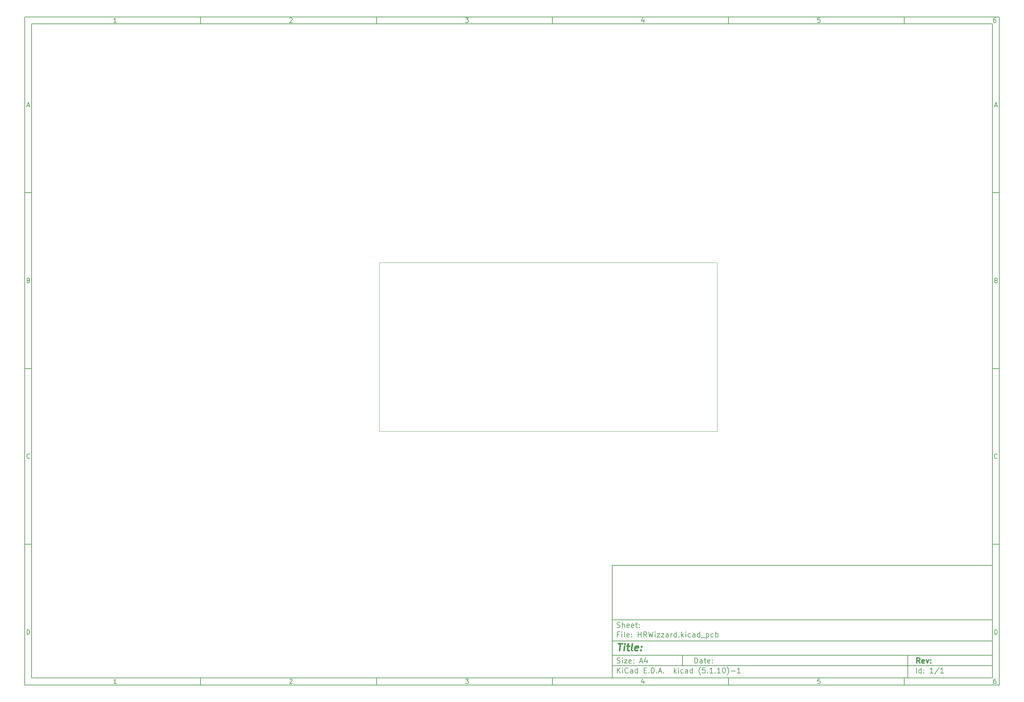
<source format=gbr>
%TF.GenerationSoftware,KiCad,Pcbnew,(5.1.10)-1*%
%TF.CreationDate,2021-11-21T15:51:45+01:00*%
%TF.ProjectId,HRWizzard,48525769-7a7a-4617-9264-2e6b69636164,rev?*%
%TF.SameCoordinates,Original*%
%TF.FileFunction,Profile,NP*%
%FSLAX46Y46*%
G04 Gerber Fmt 4.6, Leading zero omitted, Abs format (unit mm)*
G04 Created by KiCad (PCBNEW (5.1.10)-1) date 2021-11-21 15:51:45*
%MOMM*%
%LPD*%
G01*
G04 APERTURE LIST*
%ADD10C,0.100000*%
%ADD11C,0.150000*%
%ADD12C,0.300000*%
%ADD13C,0.400000*%
%TA.AperFunction,Profile*%
%ADD14C,0.100000*%
%TD*%
G04 APERTURE END LIST*
D10*
D11*
X177002200Y-166007200D02*
X177002200Y-198007200D01*
X285002200Y-198007200D01*
X285002200Y-166007200D01*
X177002200Y-166007200D01*
D10*
D11*
X10000000Y-10000000D02*
X10000000Y-200007200D01*
X287002200Y-200007200D01*
X287002200Y-10000000D01*
X10000000Y-10000000D01*
D10*
D11*
X12000000Y-12000000D02*
X12000000Y-198007200D01*
X285002200Y-198007200D01*
X285002200Y-12000000D01*
X12000000Y-12000000D01*
D10*
D11*
X60000000Y-12000000D02*
X60000000Y-10000000D01*
D10*
D11*
X110000000Y-12000000D02*
X110000000Y-10000000D01*
D10*
D11*
X160000000Y-12000000D02*
X160000000Y-10000000D01*
D10*
D11*
X210000000Y-12000000D02*
X210000000Y-10000000D01*
D10*
D11*
X260000000Y-12000000D02*
X260000000Y-10000000D01*
D10*
D11*
X36065476Y-11588095D02*
X35322619Y-11588095D01*
X35694047Y-11588095D02*
X35694047Y-10288095D01*
X35570238Y-10473809D01*
X35446428Y-10597619D01*
X35322619Y-10659523D01*
D10*
D11*
X85322619Y-10411904D02*
X85384523Y-10350000D01*
X85508333Y-10288095D01*
X85817857Y-10288095D01*
X85941666Y-10350000D01*
X86003571Y-10411904D01*
X86065476Y-10535714D01*
X86065476Y-10659523D01*
X86003571Y-10845238D01*
X85260714Y-11588095D01*
X86065476Y-11588095D01*
D10*
D11*
X135260714Y-10288095D02*
X136065476Y-10288095D01*
X135632142Y-10783333D01*
X135817857Y-10783333D01*
X135941666Y-10845238D01*
X136003571Y-10907142D01*
X136065476Y-11030952D01*
X136065476Y-11340476D01*
X136003571Y-11464285D01*
X135941666Y-11526190D01*
X135817857Y-11588095D01*
X135446428Y-11588095D01*
X135322619Y-11526190D01*
X135260714Y-11464285D01*
D10*
D11*
X185941666Y-10721428D02*
X185941666Y-11588095D01*
X185632142Y-10226190D02*
X185322619Y-11154761D01*
X186127380Y-11154761D01*
D10*
D11*
X236003571Y-10288095D02*
X235384523Y-10288095D01*
X235322619Y-10907142D01*
X235384523Y-10845238D01*
X235508333Y-10783333D01*
X235817857Y-10783333D01*
X235941666Y-10845238D01*
X236003571Y-10907142D01*
X236065476Y-11030952D01*
X236065476Y-11340476D01*
X236003571Y-11464285D01*
X235941666Y-11526190D01*
X235817857Y-11588095D01*
X235508333Y-11588095D01*
X235384523Y-11526190D01*
X235322619Y-11464285D01*
D10*
D11*
X285941666Y-10288095D02*
X285694047Y-10288095D01*
X285570238Y-10350000D01*
X285508333Y-10411904D01*
X285384523Y-10597619D01*
X285322619Y-10845238D01*
X285322619Y-11340476D01*
X285384523Y-11464285D01*
X285446428Y-11526190D01*
X285570238Y-11588095D01*
X285817857Y-11588095D01*
X285941666Y-11526190D01*
X286003571Y-11464285D01*
X286065476Y-11340476D01*
X286065476Y-11030952D01*
X286003571Y-10907142D01*
X285941666Y-10845238D01*
X285817857Y-10783333D01*
X285570238Y-10783333D01*
X285446428Y-10845238D01*
X285384523Y-10907142D01*
X285322619Y-11030952D01*
D10*
D11*
X60000000Y-198007200D02*
X60000000Y-200007200D01*
D10*
D11*
X110000000Y-198007200D02*
X110000000Y-200007200D01*
D10*
D11*
X160000000Y-198007200D02*
X160000000Y-200007200D01*
D10*
D11*
X210000000Y-198007200D02*
X210000000Y-200007200D01*
D10*
D11*
X260000000Y-198007200D02*
X260000000Y-200007200D01*
D10*
D11*
X36065476Y-199595295D02*
X35322619Y-199595295D01*
X35694047Y-199595295D02*
X35694047Y-198295295D01*
X35570238Y-198481009D01*
X35446428Y-198604819D01*
X35322619Y-198666723D01*
D10*
D11*
X85322619Y-198419104D02*
X85384523Y-198357200D01*
X85508333Y-198295295D01*
X85817857Y-198295295D01*
X85941666Y-198357200D01*
X86003571Y-198419104D01*
X86065476Y-198542914D01*
X86065476Y-198666723D01*
X86003571Y-198852438D01*
X85260714Y-199595295D01*
X86065476Y-199595295D01*
D10*
D11*
X135260714Y-198295295D02*
X136065476Y-198295295D01*
X135632142Y-198790533D01*
X135817857Y-198790533D01*
X135941666Y-198852438D01*
X136003571Y-198914342D01*
X136065476Y-199038152D01*
X136065476Y-199347676D01*
X136003571Y-199471485D01*
X135941666Y-199533390D01*
X135817857Y-199595295D01*
X135446428Y-199595295D01*
X135322619Y-199533390D01*
X135260714Y-199471485D01*
D10*
D11*
X185941666Y-198728628D02*
X185941666Y-199595295D01*
X185632142Y-198233390D02*
X185322619Y-199161961D01*
X186127380Y-199161961D01*
D10*
D11*
X236003571Y-198295295D02*
X235384523Y-198295295D01*
X235322619Y-198914342D01*
X235384523Y-198852438D01*
X235508333Y-198790533D01*
X235817857Y-198790533D01*
X235941666Y-198852438D01*
X236003571Y-198914342D01*
X236065476Y-199038152D01*
X236065476Y-199347676D01*
X236003571Y-199471485D01*
X235941666Y-199533390D01*
X235817857Y-199595295D01*
X235508333Y-199595295D01*
X235384523Y-199533390D01*
X235322619Y-199471485D01*
D10*
D11*
X285941666Y-198295295D02*
X285694047Y-198295295D01*
X285570238Y-198357200D01*
X285508333Y-198419104D01*
X285384523Y-198604819D01*
X285322619Y-198852438D01*
X285322619Y-199347676D01*
X285384523Y-199471485D01*
X285446428Y-199533390D01*
X285570238Y-199595295D01*
X285817857Y-199595295D01*
X285941666Y-199533390D01*
X286003571Y-199471485D01*
X286065476Y-199347676D01*
X286065476Y-199038152D01*
X286003571Y-198914342D01*
X285941666Y-198852438D01*
X285817857Y-198790533D01*
X285570238Y-198790533D01*
X285446428Y-198852438D01*
X285384523Y-198914342D01*
X285322619Y-199038152D01*
D10*
D11*
X10000000Y-60000000D02*
X12000000Y-60000000D01*
D10*
D11*
X10000000Y-110000000D02*
X12000000Y-110000000D01*
D10*
D11*
X10000000Y-160000000D02*
X12000000Y-160000000D01*
D10*
D11*
X10690476Y-35216666D02*
X11309523Y-35216666D01*
X10566666Y-35588095D02*
X11000000Y-34288095D01*
X11433333Y-35588095D01*
D10*
D11*
X11092857Y-84907142D02*
X11278571Y-84969047D01*
X11340476Y-85030952D01*
X11402380Y-85154761D01*
X11402380Y-85340476D01*
X11340476Y-85464285D01*
X11278571Y-85526190D01*
X11154761Y-85588095D01*
X10659523Y-85588095D01*
X10659523Y-84288095D01*
X11092857Y-84288095D01*
X11216666Y-84350000D01*
X11278571Y-84411904D01*
X11340476Y-84535714D01*
X11340476Y-84659523D01*
X11278571Y-84783333D01*
X11216666Y-84845238D01*
X11092857Y-84907142D01*
X10659523Y-84907142D01*
D10*
D11*
X11402380Y-135464285D02*
X11340476Y-135526190D01*
X11154761Y-135588095D01*
X11030952Y-135588095D01*
X10845238Y-135526190D01*
X10721428Y-135402380D01*
X10659523Y-135278571D01*
X10597619Y-135030952D01*
X10597619Y-134845238D01*
X10659523Y-134597619D01*
X10721428Y-134473809D01*
X10845238Y-134350000D01*
X11030952Y-134288095D01*
X11154761Y-134288095D01*
X11340476Y-134350000D01*
X11402380Y-134411904D01*
D10*
D11*
X10659523Y-185588095D02*
X10659523Y-184288095D01*
X10969047Y-184288095D01*
X11154761Y-184350000D01*
X11278571Y-184473809D01*
X11340476Y-184597619D01*
X11402380Y-184845238D01*
X11402380Y-185030952D01*
X11340476Y-185278571D01*
X11278571Y-185402380D01*
X11154761Y-185526190D01*
X10969047Y-185588095D01*
X10659523Y-185588095D01*
D10*
D11*
X287002200Y-60000000D02*
X285002200Y-60000000D01*
D10*
D11*
X287002200Y-110000000D02*
X285002200Y-110000000D01*
D10*
D11*
X287002200Y-160000000D02*
X285002200Y-160000000D01*
D10*
D11*
X285692676Y-35216666D02*
X286311723Y-35216666D01*
X285568866Y-35588095D02*
X286002200Y-34288095D01*
X286435533Y-35588095D01*
D10*
D11*
X286095057Y-84907142D02*
X286280771Y-84969047D01*
X286342676Y-85030952D01*
X286404580Y-85154761D01*
X286404580Y-85340476D01*
X286342676Y-85464285D01*
X286280771Y-85526190D01*
X286156961Y-85588095D01*
X285661723Y-85588095D01*
X285661723Y-84288095D01*
X286095057Y-84288095D01*
X286218866Y-84350000D01*
X286280771Y-84411904D01*
X286342676Y-84535714D01*
X286342676Y-84659523D01*
X286280771Y-84783333D01*
X286218866Y-84845238D01*
X286095057Y-84907142D01*
X285661723Y-84907142D01*
D10*
D11*
X286404580Y-135464285D02*
X286342676Y-135526190D01*
X286156961Y-135588095D01*
X286033152Y-135588095D01*
X285847438Y-135526190D01*
X285723628Y-135402380D01*
X285661723Y-135278571D01*
X285599819Y-135030952D01*
X285599819Y-134845238D01*
X285661723Y-134597619D01*
X285723628Y-134473809D01*
X285847438Y-134350000D01*
X286033152Y-134288095D01*
X286156961Y-134288095D01*
X286342676Y-134350000D01*
X286404580Y-134411904D01*
D10*
D11*
X285661723Y-185588095D02*
X285661723Y-184288095D01*
X285971247Y-184288095D01*
X286156961Y-184350000D01*
X286280771Y-184473809D01*
X286342676Y-184597619D01*
X286404580Y-184845238D01*
X286404580Y-185030952D01*
X286342676Y-185278571D01*
X286280771Y-185402380D01*
X286156961Y-185526190D01*
X285971247Y-185588095D01*
X285661723Y-185588095D01*
D10*
D11*
X200434342Y-193785771D02*
X200434342Y-192285771D01*
X200791485Y-192285771D01*
X201005771Y-192357200D01*
X201148628Y-192500057D01*
X201220057Y-192642914D01*
X201291485Y-192928628D01*
X201291485Y-193142914D01*
X201220057Y-193428628D01*
X201148628Y-193571485D01*
X201005771Y-193714342D01*
X200791485Y-193785771D01*
X200434342Y-193785771D01*
X202577200Y-193785771D02*
X202577200Y-193000057D01*
X202505771Y-192857200D01*
X202362914Y-192785771D01*
X202077200Y-192785771D01*
X201934342Y-192857200D01*
X202577200Y-193714342D02*
X202434342Y-193785771D01*
X202077200Y-193785771D01*
X201934342Y-193714342D01*
X201862914Y-193571485D01*
X201862914Y-193428628D01*
X201934342Y-193285771D01*
X202077200Y-193214342D01*
X202434342Y-193214342D01*
X202577200Y-193142914D01*
X203077200Y-192785771D02*
X203648628Y-192785771D01*
X203291485Y-192285771D02*
X203291485Y-193571485D01*
X203362914Y-193714342D01*
X203505771Y-193785771D01*
X203648628Y-193785771D01*
X204720057Y-193714342D02*
X204577200Y-193785771D01*
X204291485Y-193785771D01*
X204148628Y-193714342D01*
X204077200Y-193571485D01*
X204077200Y-193000057D01*
X204148628Y-192857200D01*
X204291485Y-192785771D01*
X204577200Y-192785771D01*
X204720057Y-192857200D01*
X204791485Y-193000057D01*
X204791485Y-193142914D01*
X204077200Y-193285771D01*
X205434342Y-193642914D02*
X205505771Y-193714342D01*
X205434342Y-193785771D01*
X205362914Y-193714342D01*
X205434342Y-193642914D01*
X205434342Y-193785771D01*
X205434342Y-192857200D02*
X205505771Y-192928628D01*
X205434342Y-193000057D01*
X205362914Y-192928628D01*
X205434342Y-192857200D01*
X205434342Y-193000057D01*
D10*
D11*
X177002200Y-194507200D02*
X285002200Y-194507200D01*
D10*
D11*
X178434342Y-196585771D02*
X178434342Y-195085771D01*
X179291485Y-196585771D02*
X178648628Y-195728628D01*
X179291485Y-195085771D02*
X178434342Y-195942914D01*
X179934342Y-196585771D02*
X179934342Y-195585771D01*
X179934342Y-195085771D02*
X179862914Y-195157200D01*
X179934342Y-195228628D01*
X180005771Y-195157200D01*
X179934342Y-195085771D01*
X179934342Y-195228628D01*
X181505771Y-196442914D02*
X181434342Y-196514342D01*
X181220057Y-196585771D01*
X181077200Y-196585771D01*
X180862914Y-196514342D01*
X180720057Y-196371485D01*
X180648628Y-196228628D01*
X180577200Y-195942914D01*
X180577200Y-195728628D01*
X180648628Y-195442914D01*
X180720057Y-195300057D01*
X180862914Y-195157200D01*
X181077200Y-195085771D01*
X181220057Y-195085771D01*
X181434342Y-195157200D01*
X181505771Y-195228628D01*
X182791485Y-196585771D02*
X182791485Y-195800057D01*
X182720057Y-195657200D01*
X182577200Y-195585771D01*
X182291485Y-195585771D01*
X182148628Y-195657200D01*
X182791485Y-196514342D02*
X182648628Y-196585771D01*
X182291485Y-196585771D01*
X182148628Y-196514342D01*
X182077200Y-196371485D01*
X182077200Y-196228628D01*
X182148628Y-196085771D01*
X182291485Y-196014342D01*
X182648628Y-196014342D01*
X182791485Y-195942914D01*
X184148628Y-196585771D02*
X184148628Y-195085771D01*
X184148628Y-196514342D02*
X184005771Y-196585771D01*
X183720057Y-196585771D01*
X183577200Y-196514342D01*
X183505771Y-196442914D01*
X183434342Y-196300057D01*
X183434342Y-195871485D01*
X183505771Y-195728628D01*
X183577200Y-195657200D01*
X183720057Y-195585771D01*
X184005771Y-195585771D01*
X184148628Y-195657200D01*
X186005771Y-195800057D02*
X186505771Y-195800057D01*
X186720057Y-196585771D02*
X186005771Y-196585771D01*
X186005771Y-195085771D01*
X186720057Y-195085771D01*
X187362914Y-196442914D02*
X187434342Y-196514342D01*
X187362914Y-196585771D01*
X187291485Y-196514342D01*
X187362914Y-196442914D01*
X187362914Y-196585771D01*
X188077200Y-196585771D02*
X188077200Y-195085771D01*
X188434342Y-195085771D01*
X188648628Y-195157200D01*
X188791485Y-195300057D01*
X188862914Y-195442914D01*
X188934342Y-195728628D01*
X188934342Y-195942914D01*
X188862914Y-196228628D01*
X188791485Y-196371485D01*
X188648628Y-196514342D01*
X188434342Y-196585771D01*
X188077200Y-196585771D01*
X189577200Y-196442914D02*
X189648628Y-196514342D01*
X189577200Y-196585771D01*
X189505771Y-196514342D01*
X189577200Y-196442914D01*
X189577200Y-196585771D01*
X190220057Y-196157200D02*
X190934342Y-196157200D01*
X190077200Y-196585771D02*
X190577200Y-195085771D01*
X191077200Y-196585771D01*
X191577200Y-196442914D02*
X191648628Y-196514342D01*
X191577200Y-196585771D01*
X191505771Y-196514342D01*
X191577200Y-196442914D01*
X191577200Y-196585771D01*
X194577200Y-196585771D02*
X194577200Y-195085771D01*
X194720057Y-196014342D02*
X195148628Y-196585771D01*
X195148628Y-195585771D02*
X194577200Y-196157200D01*
X195791485Y-196585771D02*
X195791485Y-195585771D01*
X195791485Y-195085771D02*
X195720057Y-195157200D01*
X195791485Y-195228628D01*
X195862914Y-195157200D01*
X195791485Y-195085771D01*
X195791485Y-195228628D01*
X197148628Y-196514342D02*
X197005771Y-196585771D01*
X196720057Y-196585771D01*
X196577200Y-196514342D01*
X196505771Y-196442914D01*
X196434342Y-196300057D01*
X196434342Y-195871485D01*
X196505771Y-195728628D01*
X196577200Y-195657200D01*
X196720057Y-195585771D01*
X197005771Y-195585771D01*
X197148628Y-195657200D01*
X198434342Y-196585771D02*
X198434342Y-195800057D01*
X198362914Y-195657200D01*
X198220057Y-195585771D01*
X197934342Y-195585771D01*
X197791485Y-195657200D01*
X198434342Y-196514342D02*
X198291485Y-196585771D01*
X197934342Y-196585771D01*
X197791485Y-196514342D01*
X197720057Y-196371485D01*
X197720057Y-196228628D01*
X197791485Y-196085771D01*
X197934342Y-196014342D01*
X198291485Y-196014342D01*
X198434342Y-195942914D01*
X199791485Y-196585771D02*
X199791485Y-195085771D01*
X199791485Y-196514342D02*
X199648628Y-196585771D01*
X199362914Y-196585771D01*
X199220057Y-196514342D01*
X199148628Y-196442914D01*
X199077200Y-196300057D01*
X199077200Y-195871485D01*
X199148628Y-195728628D01*
X199220057Y-195657200D01*
X199362914Y-195585771D01*
X199648628Y-195585771D01*
X199791485Y-195657200D01*
X202077200Y-197157200D02*
X202005771Y-197085771D01*
X201862914Y-196871485D01*
X201791485Y-196728628D01*
X201720057Y-196514342D01*
X201648628Y-196157200D01*
X201648628Y-195871485D01*
X201720057Y-195514342D01*
X201791485Y-195300057D01*
X201862914Y-195157200D01*
X202005771Y-194942914D01*
X202077200Y-194871485D01*
X203362914Y-195085771D02*
X202648628Y-195085771D01*
X202577200Y-195800057D01*
X202648628Y-195728628D01*
X202791485Y-195657200D01*
X203148628Y-195657200D01*
X203291485Y-195728628D01*
X203362914Y-195800057D01*
X203434342Y-195942914D01*
X203434342Y-196300057D01*
X203362914Y-196442914D01*
X203291485Y-196514342D01*
X203148628Y-196585771D01*
X202791485Y-196585771D01*
X202648628Y-196514342D01*
X202577200Y-196442914D01*
X204077200Y-196442914D02*
X204148628Y-196514342D01*
X204077200Y-196585771D01*
X204005771Y-196514342D01*
X204077200Y-196442914D01*
X204077200Y-196585771D01*
X205577200Y-196585771D02*
X204720057Y-196585771D01*
X205148628Y-196585771D02*
X205148628Y-195085771D01*
X205005771Y-195300057D01*
X204862914Y-195442914D01*
X204720057Y-195514342D01*
X206220057Y-196442914D02*
X206291485Y-196514342D01*
X206220057Y-196585771D01*
X206148628Y-196514342D01*
X206220057Y-196442914D01*
X206220057Y-196585771D01*
X207720057Y-196585771D02*
X206862914Y-196585771D01*
X207291485Y-196585771D02*
X207291485Y-195085771D01*
X207148628Y-195300057D01*
X207005771Y-195442914D01*
X206862914Y-195514342D01*
X208648628Y-195085771D02*
X208791485Y-195085771D01*
X208934342Y-195157200D01*
X209005771Y-195228628D01*
X209077200Y-195371485D01*
X209148628Y-195657200D01*
X209148628Y-196014342D01*
X209077200Y-196300057D01*
X209005771Y-196442914D01*
X208934342Y-196514342D01*
X208791485Y-196585771D01*
X208648628Y-196585771D01*
X208505771Y-196514342D01*
X208434342Y-196442914D01*
X208362914Y-196300057D01*
X208291485Y-196014342D01*
X208291485Y-195657200D01*
X208362914Y-195371485D01*
X208434342Y-195228628D01*
X208505771Y-195157200D01*
X208648628Y-195085771D01*
X209648628Y-197157200D02*
X209720057Y-197085771D01*
X209862914Y-196871485D01*
X209934342Y-196728628D01*
X210005771Y-196514342D01*
X210077200Y-196157200D01*
X210077200Y-195871485D01*
X210005771Y-195514342D01*
X209934342Y-195300057D01*
X209862914Y-195157200D01*
X209720057Y-194942914D01*
X209648628Y-194871485D01*
X210791485Y-196014342D02*
X211934342Y-196014342D01*
X213434342Y-196585771D02*
X212577200Y-196585771D01*
X213005771Y-196585771D02*
X213005771Y-195085771D01*
X212862914Y-195300057D01*
X212720057Y-195442914D01*
X212577200Y-195514342D01*
D10*
D11*
X177002200Y-191507200D02*
X285002200Y-191507200D01*
D10*
D12*
X264411485Y-193785771D02*
X263911485Y-193071485D01*
X263554342Y-193785771D02*
X263554342Y-192285771D01*
X264125771Y-192285771D01*
X264268628Y-192357200D01*
X264340057Y-192428628D01*
X264411485Y-192571485D01*
X264411485Y-192785771D01*
X264340057Y-192928628D01*
X264268628Y-193000057D01*
X264125771Y-193071485D01*
X263554342Y-193071485D01*
X265625771Y-193714342D02*
X265482914Y-193785771D01*
X265197200Y-193785771D01*
X265054342Y-193714342D01*
X264982914Y-193571485D01*
X264982914Y-193000057D01*
X265054342Y-192857200D01*
X265197200Y-192785771D01*
X265482914Y-192785771D01*
X265625771Y-192857200D01*
X265697200Y-193000057D01*
X265697200Y-193142914D01*
X264982914Y-193285771D01*
X266197200Y-192785771D02*
X266554342Y-193785771D01*
X266911485Y-192785771D01*
X267482914Y-193642914D02*
X267554342Y-193714342D01*
X267482914Y-193785771D01*
X267411485Y-193714342D01*
X267482914Y-193642914D01*
X267482914Y-193785771D01*
X267482914Y-192857200D02*
X267554342Y-192928628D01*
X267482914Y-193000057D01*
X267411485Y-192928628D01*
X267482914Y-192857200D01*
X267482914Y-193000057D01*
D10*
D11*
X178362914Y-193714342D02*
X178577200Y-193785771D01*
X178934342Y-193785771D01*
X179077200Y-193714342D01*
X179148628Y-193642914D01*
X179220057Y-193500057D01*
X179220057Y-193357200D01*
X179148628Y-193214342D01*
X179077200Y-193142914D01*
X178934342Y-193071485D01*
X178648628Y-193000057D01*
X178505771Y-192928628D01*
X178434342Y-192857200D01*
X178362914Y-192714342D01*
X178362914Y-192571485D01*
X178434342Y-192428628D01*
X178505771Y-192357200D01*
X178648628Y-192285771D01*
X179005771Y-192285771D01*
X179220057Y-192357200D01*
X179862914Y-193785771D02*
X179862914Y-192785771D01*
X179862914Y-192285771D02*
X179791485Y-192357200D01*
X179862914Y-192428628D01*
X179934342Y-192357200D01*
X179862914Y-192285771D01*
X179862914Y-192428628D01*
X180434342Y-192785771D02*
X181220057Y-192785771D01*
X180434342Y-193785771D01*
X181220057Y-193785771D01*
X182362914Y-193714342D02*
X182220057Y-193785771D01*
X181934342Y-193785771D01*
X181791485Y-193714342D01*
X181720057Y-193571485D01*
X181720057Y-193000057D01*
X181791485Y-192857200D01*
X181934342Y-192785771D01*
X182220057Y-192785771D01*
X182362914Y-192857200D01*
X182434342Y-193000057D01*
X182434342Y-193142914D01*
X181720057Y-193285771D01*
X183077200Y-193642914D02*
X183148628Y-193714342D01*
X183077200Y-193785771D01*
X183005771Y-193714342D01*
X183077200Y-193642914D01*
X183077200Y-193785771D01*
X183077200Y-192857200D02*
X183148628Y-192928628D01*
X183077200Y-193000057D01*
X183005771Y-192928628D01*
X183077200Y-192857200D01*
X183077200Y-193000057D01*
X184862914Y-193357200D02*
X185577200Y-193357200D01*
X184720057Y-193785771D02*
X185220057Y-192285771D01*
X185720057Y-193785771D01*
X186862914Y-192785771D02*
X186862914Y-193785771D01*
X186505771Y-192214342D02*
X186148628Y-193285771D01*
X187077200Y-193285771D01*
D10*
D11*
X263434342Y-196585771D02*
X263434342Y-195085771D01*
X264791485Y-196585771D02*
X264791485Y-195085771D01*
X264791485Y-196514342D02*
X264648628Y-196585771D01*
X264362914Y-196585771D01*
X264220057Y-196514342D01*
X264148628Y-196442914D01*
X264077200Y-196300057D01*
X264077200Y-195871485D01*
X264148628Y-195728628D01*
X264220057Y-195657200D01*
X264362914Y-195585771D01*
X264648628Y-195585771D01*
X264791485Y-195657200D01*
X265505771Y-196442914D02*
X265577200Y-196514342D01*
X265505771Y-196585771D01*
X265434342Y-196514342D01*
X265505771Y-196442914D01*
X265505771Y-196585771D01*
X265505771Y-195657200D02*
X265577200Y-195728628D01*
X265505771Y-195800057D01*
X265434342Y-195728628D01*
X265505771Y-195657200D01*
X265505771Y-195800057D01*
X268148628Y-196585771D02*
X267291485Y-196585771D01*
X267720057Y-196585771D02*
X267720057Y-195085771D01*
X267577200Y-195300057D01*
X267434342Y-195442914D01*
X267291485Y-195514342D01*
X269862914Y-195014342D02*
X268577200Y-196942914D01*
X271148628Y-196585771D02*
X270291485Y-196585771D01*
X270720057Y-196585771D02*
X270720057Y-195085771D01*
X270577200Y-195300057D01*
X270434342Y-195442914D01*
X270291485Y-195514342D01*
D10*
D11*
X177002200Y-187507200D02*
X285002200Y-187507200D01*
D10*
D13*
X178714580Y-188211961D02*
X179857438Y-188211961D01*
X179036009Y-190211961D02*
X179286009Y-188211961D01*
X180274104Y-190211961D02*
X180440771Y-188878628D01*
X180524104Y-188211961D02*
X180416961Y-188307200D01*
X180500295Y-188402438D01*
X180607438Y-188307200D01*
X180524104Y-188211961D01*
X180500295Y-188402438D01*
X181107438Y-188878628D02*
X181869342Y-188878628D01*
X181476485Y-188211961D02*
X181262200Y-189926247D01*
X181333628Y-190116723D01*
X181512200Y-190211961D01*
X181702676Y-190211961D01*
X182655057Y-190211961D02*
X182476485Y-190116723D01*
X182405057Y-189926247D01*
X182619342Y-188211961D01*
X184190771Y-190116723D02*
X183988390Y-190211961D01*
X183607438Y-190211961D01*
X183428866Y-190116723D01*
X183357438Y-189926247D01*
X183452676Y-189164342D01*
X183571723Y-188973866D01*
X183774104Y-188878628D01*
X184155057Y-188878628D01*
X184333628Y-188973866D01*
X184405057Y-189164342D01*
X184381247Y-189354819D01*
X183405057Y-189545295D01*
X185155057Y-190021485D02*
X185238390Y-190116723D01*
X185131247Y-190211961D01*
X185047914Y-190116723D01*
X185155057Y-190021485D01*
X185131247Y-190211961D01*
X185286009Y-188973866D02*
X185369342Y-189069104D01*
X185262200Y-189164342D01*
X185178866Y-189069104D01*
X185286009Y-188973866D01*
X185262200Y-189164342D01*
D10*
D11*
X178934342Y-185600057D02*
X178434342Y-185600057D01*
X178434342Y-186385771D02*
X178434342Y-184885771D01*
X179148628Y-184885771D01*
X179720057Y-186385771D02*
X179720057Y-185385771D01*
X179720057Y-184885771D02*
X179648628Y-184957200D01*
X179720057Y-185028628D01*
X179791485Y-184957200D01*
X179720057Y-184885771D01*
X179720057Y-185028628D01*
X180648628Y-186385771D02*
X180505771Y-186314342D01*
X180434342Y-186171485D01*
X180434342Y-184885771D01*
X181791485Y-186314342D02*
X181648628Y-186385771D01*
X181362914Y-186385771D01*
X181220057Y-186314342D01*
X181148628Y-186171485D01*
X181148628Y-185600057D01*
X181220057Y-185457200D01*
X181362914Y-185385771D01*
X181648628Y-185385771D01*
X181791485Y-185457200D01*
X181862914Y-185600057D01*
X181862914Y-185742914D01*
X181148628Y-185885771D01*
X182505771Y-186242914D02*
X182577200Y-186314342D01*
X182505771Y-186385771D01*
X182434342Y-186314342D01*
X182505771Y-186242914D01*
X182505771Y-186385771D01*
X182505771Y-185457200D02*
X182577200Y-185528628D01*
X182505771Y-185600057D01*
X182434342Y-185528628D01*
X182505771Y-185457200D01*
X182505771Y-185600057D01*
X184362914Y-186385771D02*
X184362914Y-184885771D01*
X184362914Y-185600057D02*
X185220057Y-185600057D01*
X185220057Y-186385771D02*
X185220057Y-184885771D01*
X186791485Y-186385771D02*
X186291485Y-185671485D01*
X185934342Y-186385771D02*
X185934342Y-184885771D01*
X186505771Y-184885771D01*
X186648628Y-184957200D01*
X186720057Y-185028628D01*
X186791485Y-185171485D01*
X186791485Y-185385771D01*
X186720057Y-185528628D01*
X186648628Y-185600057D01*
X186505771Y-185671485D01*
X185934342Y-185671485D01*
X187291485Y-184885771D02*
X187648628Y-186385771D01*
X187934342Y-185314342D01*
X188220057Y-186385771D01*
X188577200Y-184885771D01*
X189148628Y-186385771D02*
X189148628Y-185385771D01*
X189148628Y-184885771D02*
X189077200Y-184957200D01*
X189148628Y-185028628D01*
X189220057Y-184957200D01*
X189148628Y-184885771D01*
X189148628Y-185028628D01*
X189720057Y-185385771D02*
X190505771Y-185385771D01*
X189720057Y-186385771D01*
X190505771Y-186385771D01*
X190934342Y-185385771D02*
X191720057Y-185385771D01*
X190934342Y-186385771D01*
X191720057Y-186385771D01*
X192934342Y-186385771D02*
X192934342Y-185600057D01*
X192862914Y-185457200D01*
X192720057Y-185385771D01*
X192434342Y-185385771D01*
X192291485Y-185457200D01*
X192934342Y-186314342D02*
X192791485Y-186385771D01*
X192434342Y-186385771D01*
X192291485Y-186314342D01*
X192220057Y-186171485D01*
X192220057Y-186028628D01*
X192291485Y-185885771D01*
X192434342Y-185814342D01*
X192791485Y-185814342D01*
X192934342Y-185742914D01*
X193648628Y-186385771D02*
X193648628Y-185385771D01*
X193648628Y-185671485D02*
X193720057Y-185528628D01*
X193791485Y-185457200D01*
X193934342Y-185385771D01*
X194077200Y-185385771D01*
X195220057Y-186385771D02*
X195220057Y-184885771D01*
X195220057Y-186314342D02*
X195077200Y-186385771D01*
X194791485Y-186385771D01*
X194648628Y-186314342D01*
X194577200Y-186242914D01*
X194505771Y-186100057D01*
X194505771Y-185671485D01*
X194577200Y-185528628D01*
X194648628Y-185457200D01*
X194791485Y-185385771D01*
X195077200Y-185385771D01*
X195220057Y-185457200D01*
X195934342Y-186242914D02*
X196005771Y-186314342D01*
X195934342Y-186385771D01*
X195862914Y-186314342D01*
X195934342Y-186242914D01*
X195934342Y-186385771D01*
X196648628Y-186385771D02*
X196648628Y-184885771D01*
X196791485Y-185814342D02*
X197220057Y-186385771D01*
X197220057Y-185385771D02*
X196648628Y-185957200D01*
X197862914Y-186385771D02*
X197862914Y-185385771D01*
X197862914Y-184885771D02*
X197791485Y-184957200D01*
X197862914Y-185028628D01*
X197934342Y-184957200D01*
X197862914Y-184885771D01*
X197862914Y-185028628D01*
X199220057Y-186314342D02*
X199077200Y-186385771D01*
X198791485Y-186385771D01*
X198648628Y-186314342D01*
X198577200Y-186242914D01*
X198505771Y-186100057D01*
X198505771Y-185671485D01*
X198577200Y-185528628D01*
X198648628Y-185457200D01*
X198791485Y-185385771D01*
X199077200Y-185385771D01*
X199220057Y-185457200D01*
X200505771Y-186385771D02*
X200505771Y-185600057D01*
X200434342Y-185457200D01*
X200291485Y-185385771D01*
X200005771Y-185385771D01*
X199862914Y-185457200D01*
X200505771Y-186314342D02*
X200362914Y-186385771D01*
X200005771Y-186385771D01*
X199862914Y-186314342D01*
X199791485Y-186171485D01*
X199791485Y-186028628D01*
X199862914Y-185885771D01*
X200005771Y-185814342D01*
X200362914Y-185814342D01*
X200505771Y-185742914D01*
X201862914Y-186385771D02*
X201862914Y-184885771D01*
X201862914Y-186314342D02*
X201720057Y-186385771D01*
X201434342Y-186385771D01*
X201291485Y-186314342D01*
X201220057Y-186242914D01*
X201148628Y-186100057D01*
X201148628Y-185671485D01*
X201220057Y-185528628D01*
X201291485Y-185457200D01*
X201434342Y-185385771D01*
X201720057Y-185385771D01*
X201862914Y-185457200D01*
X202220057Y-186528628D02*
X203362914Y-186528628D01*
X203720057Y-185385771D02*
X203720057Y-186885771D01*
X203720057Y-185457200D02*
X203862914Y-185385771D01*
X204148628Y-185385771D01*
X204291485Y-185457200D01*
X204362914Y-185528628D01*
X204434342Y-185671485D01*
X204434342Y-186100057D01*
X204362914Y-186242914D01*
X204291485Y-186314342D01*
X204148628Y-186385771D01*
X203862914Y-186385771D01*
X203720057Y-186314342D01*
X205720057Y-186314342D02*
X205577200Y-186385771D01*
X205291485Y-186385771D01*
X205148628Y-186314342D01*
X205077200Y-186242914D01*
X205005771Y-186100057D01*
X205005771Y-185671485D01*
X205077200Y-185528628D01*
X205148628Y-185457200D01*
X205291485Y-185385771D01*
X205577200Y-185385771D01*
X205720057Y-185457200D01*
X206362914Y-186385771D02*
X206362914Y-184885771D01*
X206362914Y-185457200D02*
X206505771Y-185385771D01*
X206791485Y-185385771D01*
X206934342Y-185457200D01*
X207005771Y-185528628D01*
X207077200Y-185671485D01*
X207077200Y-186100057D01*
X207005771Y-186242914D01*
X206934342Y-186314342D01*
X206791485Y-186385771D01*
X206505771Y-186385771D01*
X206362914Y-186314342D01*
D10*
D11*
X177002200Y-181507200D02*
X285002200Y-181507200D01*
D10*
D11*
X178362914Y-183614342D02*
X178577200Y-183685771D01*
X178934342Y-183685771D01*
X179077200Y-183614342D01*
X179148628Y-183542914D01*
X179220057Y-183400057D01*
X179220057Y-183257200D01*
X179148628Y-183114342D01*
X179077200Y-183042914D01*
X178934342Y-182971485D01*
X178648628Y-182900057D01*
X178505771Y-182828628D01*
X178434342Y-182757200D01*
X178362914Y-182614342D01*
X178362914Y-182471485D01*
X178434342Y-182328628D01*
X178505771Y-182257200D01*
X178648628Y-182185771D01*
X179005771Y-182185771D01*
X179220057Y-182257200D01*
X179862914Y-183685771D02*
X179862914Y-182185771D01*
X180505771Y-183685771D02*
X180505771Y-182900057D01*
X180434342Y-182757200D01*
X180291485Y-182685771D01*
X180077200Y-182685771D01*
X179934342Y-182757200D01*
X179862914Y-182828628D01*
X181791485Y-183614342D02*
X181648628Y-183685771D01*
X181362914Y-183685771D01*
X181220057Y-183614342D01*
X181148628Y-183471485D01*
X181148628Y-182900057D01*
X181220057Y-182757200D01*
X181362914Y-182685771D01*
X181648628Y-182685771D01*
X181791485Y-182757200D01*
X181862914Y-182900057D01*
X181862914Y-183042914D01*
X181148628Y-183185771D01*
X183077200Y-183614342D02*
X182934342Y-183685771D01*
X182648628Y-183685771D01*
X182505771Y-183614342D01*
X182434342Y-183471485D01*
X182434342Y-182900057D01*
X182505771Y-182757200D01*
X182648628Y-182685771D01*
X182934342Y-182685771D01*
X183077200Y-182757200D01*
X183148628Y-182900057D01*
X183148628Y-183042914D01*
X182434342Y-183185771D01*
X183577200Y-182685771D02*
X184148628Y-182685771D01*
X183791485Y-182185771D02*
X183791485Y-183471485D01*
X183862914Y-183614342D01*
X184005771Y-183685771D01*
X184148628Y-183685771D01*
X184648628Y-183542914D02*
X184720057Y-183614342D01*
X184648628Y-183685771D01*
X184577200Y-183614342D01*
X184648628Y-183542914D01*
X184648628Y-183685771D01*
X184648628Y-182757200D02*
X184720057Y-182828628D01*
X184648628Y-182900057D01*
X184577200Y-182828628D01*
X184648628Y-182757200D01*
X184648628Y-182900057D01*
D10*
D11*
X197002200Y-191507200D02*
X197002200Y-194507200D01*
D10*
D11*
X261002200Y-191507200D02*
X261002200Y-198007200D01*
D14*
X206800000Y-79850000D02*
X206800000Y-127850000D01*
X110800000Y-79850000D02*
X206800000Y-79850000D01*
X110800000Y-127850000D02*
X110800000Y-79850000D01*
X206800000Y-127850000D02*
X110800000Y-127850000D01*
M02*

</source>
